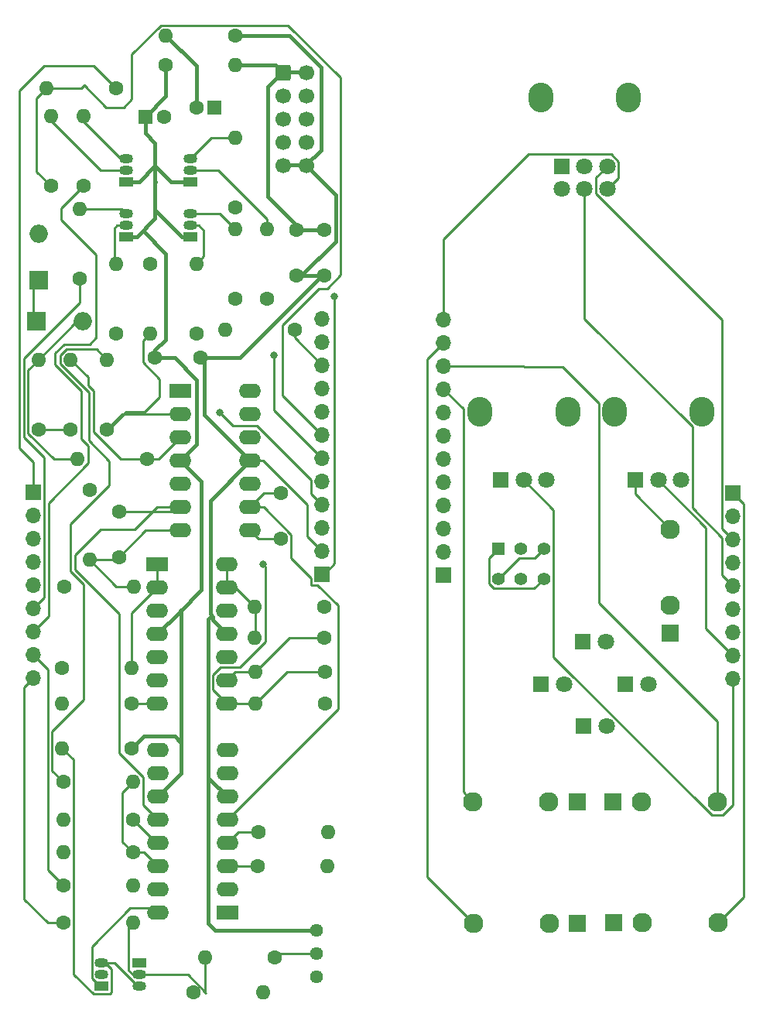
<source format=gbr>
%TF.GenerationSoftware,KiCad,Pcbnew,(6.0.1-0)*%
%TF.CreationDate,2023-01-31T22:38:10+01:00*%
%TF.ProjectId,Yusynth4lfo,59757379-6e74-4683-946c-666f2e6b6963,rev?*%
%TF.SameCoordinates,Original*%
%TF.FileFunction,Copper,L1,Top*%
%TF.FilePolarity,Positive*%
%FSLAX46Y46*%
G04 Gerber Fmt 4.6, Leading zero omitted, Abs format (unit mm)*
G04 Created by KiCad (PCBNEW (6.0.1-0)) date 2023-01-31 22:38:10*
%MOMM*%
%LPD*%
G01*
G04 APERTURE LIST*
G04 Aperture macros list*
%AMRoundRect*
0 Rectangle with rounded corners*
0 $1 Rounding radius*
0 $2 $3 $4 $5 $6 $7 $8 $9 X,Y pos of 4 corners*
0 Add a 4 corners polygon primitive as box body*
4,1,4,$2,$3,$4,$5,$6,$7,$8,$9,$2,$3,0*
0 Add four circle primitives for the rounded corners*
1,1,$1+$1,$2,$3*
1,1,$1+$1,$4,$5*
1,1,$1+$1,$6,$7*
1,1,$1+$1,$8,$9*
0 Add four rect primitives between the rounded corners*
20,1,$1+$1,$2,$3,$4,$5,0*
20,1,$1+$1,$4,$5,$6,$7,0*
20,1,$1+$1,$6,$7,$8,$9,0*
20,1,$1+$1,$8,$9,$2,$3,0*%
G04 Aperture macros list end*
%TA.AperFunction,ComponentPad*%
%ADD10C,1.600000*%
%TD*%
%TA.AperFunction,ComponentPad*%
%ADD11O,1.600000X1.600000*%
%TD*%
%TA.AperFunction,ComponentPad*%
%ADD12R,1.600000X1.600000*%
%TD*%
%TA.AperFunction,ComponentPad*%
%ADD13R,2.400000X1.600000*%
%TD*%
%TA.AperFunction,ComponentPad*%
%ADD14O,2.400000X1.600000*%
%TD*%
%TA.AperFunction,ComponentPad*%
%ADD15R,1.830000X1.930000*%
%TD*%
%TA.AperFunction,ComponentPad*%
%ADD16C,2.130000*%
%TD*%
%TA.AperFunction,ComponentPad*%
%ADD17R,1.800000X1.800000*%
%TD*%
%TA.AperFunction,ComponentPad*%
%ADD18C,1.800000*%
%TD*%
%TA.AperFunction,ComponentPad*%
%ADD19R,1.930000X1.830000*%
%TD*%
%TA.AperFunction,ComponentPad*%
%ADD20R,1.500000X1.050000*%
%TD*%
%TA.AperFunction,ComponentPad*%
%ADD21O,1.500000X1.050000*%
%TD*%
%TA.AperFunction,ComponentPad*%
%ADD22C,1.440000*%
%TD*%
%TA.AperFunction,ComponentPad*%
%ADD23R,1.400000X1.400000*%
%TD*%
%TA.AperFunction,ComponentPad*%
%ADD24C,1.400000*%
%TD*%
%TA.AperFunction,ComponentPad*%
%ADD25RoundRect,0.250000X-0.600000X-0.600000X0.600000X-0.600000X0.600000X0.600000X-0.600000X0.600000X0*%
%TD*%
%TA.AperFunction,ComponentPad*%
%ADD26C,1.700000*%
%TD*%
%TA.AperFunction,ComponentPad*%
%ADD27R,2.000000X2.000000*%
%TD*%
%TA.AperFunction,ComponentPad*%
%ADD28O,2.000000X2.000000*%
%TD*%
%TA.AperFunction,ComponentPad*%
%ADD29O,2.720000X3.240000*%
%TD*%
%TA.AperFunction,ComponentPad*%
%ADD30R,1.700000X1.700000*%
%TD*%
%TA.AperFunction,ComponentPad*%
%ADD31O,1.700000X1.700000*%
%TD*%
%TA.AperFunction,ViaPad*%
%ADD32C,0.800000*%
%TD*%
%TA.AperFunction,Conductor*%
%ADD33C,0.250000*%
%TD*%
%TA.AperFunction,Conductor*%
%ADD34C,0.400000*%
%TD*%
G04 APERTURE END LIST*
D10*
%TO.P,R32,1*%
%TO.N,/270*%
X155000000Y-49500000D03*
D11*
%TO.P,R32,2*%
%TO.N,/Direction sw C4*%
X147380000Y-49500000D03*
%TD*%
D10*
%TO.P,R30,1*%
%TO.N,Net-(R25-Pad1)*%
X171500000Y-72560000D03*
D11*
%TO.P,R30,2*%
%TO.N,Net-(Q6-Pad2)*%
X171500000Y-64940000D03*
%TD*%
D12*
%TO.P,C3,1*%
%TO.N,GND*%
X165755113Y-51600000D03*
D10*
%TO.P,C3,2*%
%TO.N,-12V*%
X163755113Y-51600000D03*
%TD*%
D13*
%TO.P,U2,1*%
%TO.N,Net-(R17-Pad2)*%
X162030000Y-82640000D03*
D14*
%TO.P,U2,2,-*%
%TO.N,Net-(R12-Pad2)*%
X162030000Y-85180000D03*
%TO.P,U2,3,+*%
%TO.N,Net-(R13-Pad2)*%
X162030000Y-87720000D03*
%TO.P,U2,4,V+*%
%TO.N,+12V*%
X162030000Y-90260000D03*
%TO.P,U2,5,+*%
%TO.N,GND*%
X162030000Y-92800000D03*
%TO.P,U2,6,-*%
%TO.N,Net-(C4-Pad1)*%
X162030000Y-95340000D03*
%TO.P,U2,7*%
%TO.N,/Output level1 Cw*%
X162030000Y-97880000D03*
%TO.P,U2,8*%
%TO.N,/Output level2 CW*%
X169650000Y-97880000D03*
%TO.P,U2,9,-*%
%TO.N,Net-(C1-Pad1)*%
X169650000Y-95340000D03*
%TO.P,U2,10,+*%
%TO.N,GND*%
X169650000Y-92800000D03*
%TO.P,U2,11,V-*%
%TO.N,-12V*%
X169650000Y-90260000D03*
%TO.P,U2,12,+*%
%TO.N,GND*%
X169650000Y-87720000D03*
%TO.P,U2,13,-*%
X169650000Y-85180000D03*
%TO.P,U2,14*%
%TO.N,unconnected-(U2-Pad14)*%
X169650000Y-82640000D03*
%TD*%
D10*
%TO.P,R12,1*%
%TO.N,/Output level2 CW*%
X158750000Y-68690000D03*
D11*
%TO.P,R12,2*%
%TO.N,Net-(R12-Pad2)*%
X158750000Y-76310000D03*
%TD*%
D15*
%TO.P,J4,S*%
%TO.N,GND*%
X209420000Y-140800000D03*
D16*
%TO.P,J4,T*%
%TO.N,/270*%
X220820000Y-140800000D03*
%TO.P,J4,TN*%
%TO.N,N/C*%
X212520000Y-140800000D03*
%TD*%
D17*
%TO.P,D5,1,K*%
%TO.N,GND*%
X206125000Y-119300000D03*
D18*
%TO.P,D5,2,A*%
%TO.N,/Green led*%
X208665000Y-119300000D03*
%TD*%
D19*
%TO.P,J1,S*%
%TO.N,GND*%
X215650000Y-109130000D03*
D16*
%TO.P,J1,T*%
%TO.N,Net-(J1-PadT)*%
X215650000Y-97730000D03*
%TO.P,J1,TN*%
%TO.N,N/C*%
X215650000Y-106030000D03*
%TD*%
D10*
%TO.P,C4,1*%
%TO.N,Net-(C4-Pad1)*%
X155300000Y-95800000D03*
%TO.P,C4,2*%
%TO.N,/Output level1 Cw*%
X155300000Y-100800000D03*
%TD*%
D13*
%TO.P,U3,1*%
%TO.N,/Direction sw C1*%
X159480000Y-101580000D03*
D14*
%TO.P,U3,2,-*%
X159480000Y-104120000D03*
%TO.P,U3,3,+*%
%TO.N,/Output level1 WP*%
X159480000Y-106660000D03*
%TO.P,U3,4,V+*%
%TO.N,+12V*%
X159480000Y-109200000D03*
%TO.P,U3,5,+*%
%TO.N,GND*%
X159480000Y-111740000D03*
%TO.P,U3,6,-*%
%TO.N,Net-(R24-Pad1)*%
X159480000Y-114280000D03*
%TO.P,U3,7*%
%TO.N,/Direction sw C2*%
X159480000Y-116820000D03*
%TO.P,U3,8*%
%TO.N,Net-(R25-Pad1)*%
X167100000Y-116820000D03*
%TO.P,U3,9,-*%
%TO.N,Net-(R23-Pad1)*%
X167100000Y-114280000D03*
%TO.P,U3,10,+*%
%TO.N,GND*%
X167100000Y-111740000D03*
%TO.P,U3,11,V-*%
%TO.N,-12V*%
X167100000Y-109200000D03*
%TO.P,U3,12,+*%
%TO.N,/Output level2 WP*%
X167100000Y-106660000D03*
%TO.P,U3,13,-*%
%TO.N,Net-(R23-Pad2)*%
X167100000Y-104120000D03*
%TO.P,U3,14*%
X167100000Y-101580000D03*
%TD*%
D20*
%TO.P,Q5,1,C*%
%TO.N,+12V*%
X156110000Y-65750000D03*
D21*
%TO.P,Q5,2,B*%
%TO.N,Net-(Q5-Pad2)*%
X156110000Y-64480000D03*
%TO.P,Q5,3,E*%
%TO.N,Net-(Q5-Pad3)*%
X156110000Y-63210000D03*
%TD*%
D10*
%TO.P,R28,1*%
%TO.N,Net-(R23-Pad2)*%
X155000000Y-76310000D03*
D11*
%TO.P,R28,2*%
%TO.N,Net-(Q5-Pad2)*%
X155000000Y-68690000D03*
%TD*%
D10*
%TO.P,R7,1*%
%TO.N,Net-(Q2-Pad2)*%
X163490000Y-148400000D03*
D11*
%TO.P,R7,2*%
%TO.N,GND*%
X171110000Y-148400000D03*
%TD*%
D10*
%TO.P,C6,1*%
%TO.N,+12V*%
X159250000Y-79000000D03*
%TO.P,C6,2*%
%TO.N,-12V*%
X164250000Y-79000000D03*
%TD*%
D22*
%TO.P,RV3,1,1*%
%TO.N,-12V*%
X176950000Y-141630000D03*
%TO.P,RV3,2,2*%
%TO.N,Net-(R6-Pad1)*%
X176950000Y-144170000D03*
%TO.P,RV3,3,3*%
%TO.N,GND*%
X176950000Y-146710000D03*
%TD*%
D20*
%TO.P,Q1,1,C*%
%TO.N,+12V*%
X163110000Y-65790000D03*
D21*
%TO.P,Q1,2,B*%
%TO.N,Net-(Q1-Pad2)*%
X163110000Y-64520000D03*
%TO.P,Q1,3,E*%
%TO.N,Net-(Q1-Pad3)*%
X163110000Y-63250000D03*
%TD*%
D10*
%TO.P,R29,1*%
%TO.N,/0*%
X177800000Y-106200000D03*
D11*
%TO.P,R29,2*%
%TO.N,Net-(R23-Pad2)*%
X170180000Y-106200000D03*
%TD*%
D10*
%TO.P,R6,1*%
%TO.N,Net-(R6-Pad1)*%
X172350000Y-144580000D03*
D11*
%TO.P,R6,2*%
%TO.N,Net-(Q2-Pad2)*%
X164730000Y-144580000D03*
%TD*%
D10*
%TO.P,R13,1*%
%TO.N,GND*%
X150000000Y-86810000D03*
D11*
%TO.P,R13,2*%
%TO.N,Net-(R13-Pad2)*%
X150000000Y-79190000D03*
%TD*%
D20*
%TO.P,Q4,1,C*%
%TO.N,+12V*%
X156110000Y-59750000D03*
D21*
%TO.P,Q4,2,B*%
%TO.N,Net-(Q4-Pad2)*%
X156110000Y-58480000D03*
%TO.P,Q4,3,E*%
%TO.N,Net-(Q4-Pad3)*%
X156110000Y-57210000D03*
%TD*%
D10*
%TO.P,R8,1*%
%TO.N,Net-(R8-Pad1)*%
X170540000Y-130880000D03*
D11*
%TO.P,R8,2*%
%TO.N,GND*%
X178160000Y-130880000D03*
%TD*%
D10*
%TO.P,R15,1*%
%TO.N,-12V*%
X168060000Y-43750000D03*
D11*
%TO.P,R15,2*%
X160440000Y-43750000D03*
%TD*%
D10*
%TO.P,R19,1*%
%TO.N,Net-(R17-Pad2)*%
X149190000Y-125400000D03*
D11*
%TO.P,R19,2*%
%TO.N,Net-(R19-Pad2)*%
X156810000Y-125400000D03*
%TD*%
D12*
%TO.P,C2,1*%
%TO.N,+12V*%
X158200000Y-52600000D03*
D10*
%TO.P,C2,2*%
%TO.N,GND*%
X160200000Y-52600000D03*
%TD*%
%TO.P,R2,1*%
%TO.N,/90*%
X174510000Y-75900000D03*
D11*
%TO.P,R2,2*%
%TO.N,/Direction sw C3*%
X166890000Y-75900000D03*
%TD*%
D10*
%TO.P,R3,1*%
%TO.N,/Yellow led*%
X168000000Y-72500000D03*
D11*
%TO.P,R3,2*%
%TO.N,Net-(Q1-Pad3)*%
X168000000Y-64880000D03*
%TD*%
D10*
%TO.P,C5,1*%
%TO.N,+12V*%
X177750000Y-65000000D03*
%TO.P,C5,2*%
%TO.N,-12V*%
X177750000Y-70000000D03*
%TD*%
%TO.P,R22,1*%
%TO.N,Net-(R19-Pad2)*%
X156810000Y-133100000D03*
D11*
%TO.P,R22,2*%
%TO.N,GND*%
X149190000Y-133100000D03*
%TD*%
D10*
%TO.P,R35,1*%
%TO.N,/Orange led*%
X151400000Y-60210000D03*
D11*
%TO.P,R35,2*%
%TO.N,Net-(Q4-Pad3)*%
X151400000Y-52590000D03*
%TD*%
D13*
%TO.P,U1,1*%
%TO.N,Net-(Q3-Pad1)*%
X167175000Y-139705000D03*
D14*
%TO.P,U1,2,DIODE_BIAS*%
%TO.N,unconnected-(U1-Pad2)*%
X167175000Y-137165000D03*
%TO.P,U1,3,+*%
%TO.N,Net-(R10-Pad1)*%
X167175000Y-134625000D03*
%TO.P,U1,4,-*%
%TO.N,Net-(R8-Pad1)*%
X167175000Y-132085000D03*
%TO.P,U1,5*%
%TO.N,Net-(C1-Pad1)*%
X167175000Y-129545000D03*
%TO.P,U1,6,V-*%
%TO.N,-12V*%
X167175000Y-127005000D03*
%TO.P,U1,7*%
%TO.N,unconnected-(U1-Pad7)*%
X167175000Y-124465000D03*
%TO.P,U1,8*%
%TO.N,unconnected-(U1-Pad8)*%
X167175000Y-121925000D03*
%TO.P,U1,9*%
%TO.N,unconnected-(U1-Pad9)*%
X159555000Y-121925000D03*
%TO.P,U1,10*%
%TO.N,unconnected-(U1-Pad10)*%
X159555000Y-124465000D03*
%TO.P,U1,11,V+*%
%TO.N,+12V*%
X159555000Y-127005000D03*
%TO.P,U1,12*%
%TO.N,Net-(C4-Pad1)*%
X159555000Y-129545000D03*
%TO.P,U1,13,-*%
%TO.N,Net-(R21-Pad1)*%
X159555000Y-132085000D03*
%TO.P,U1,14,+*%
%TO.N,Net-(R19-Pad2)*%
X159555000Y-134625000D03*
%TO.P,U1,15,DIODE_BIAS*%
%TO.N,unconnected-(U1-Pad15)*%
X159555000Y-137165000D03*
%TO.P,U1,16*%
%TO.N,Net-(Q3-Pad1)*%
X159555000Y-139705000D03*
%TD*%
D17*
%TO.P,D4,1,K*%
%TO.N,GND*%
X206075000Y-110050000D03*
D18*
%TO.P,D4,2,A*%
%TO.N,/Red led*%
X208615000Y-110050000D03*
%TD*%
D10*
%TO.P,R1,1*%
%TO.N,/Direction sw C3*%
X163750000Y-76310000D03*
D11*
%TO.P,R1,2*%
%TO.N,Net-(Q1-Pad2)*%
X163750000Y-68690000D03*
%TD*%
D10*
%TO.P,R14,1*%
%TO.N,+12V*%
X160440000Y-47000000D03*
D11*
%TO.P,R14,2*%
X168060000Y-47000000D03*
%TD*%
D10*
%TO.P,R9,1*%
%TO.N,Net-(R10-Pad1)*%
X170440000Y-134580000D03*
D11*
%TO.P,R9,2*%
%TO.N,GND*%
X178060000Y-134580000D03*
%TD*%
D10*
%TO.P,R4,1*%
%TO.N,/Rate WP*%
X149190000Y-140800000D03*
D11*
%TO.P,R4,2*%
%TO.N,Net-(Q2-Pad2)*%
X156810000Y-140800000D03*
%TD*%
D17*
%TO.P,D1,1,K*%
%TO.N,GND*%
X201510000Y-114700000D03*
D18*
%TO.P,D1,2,A*%
%TO.N,/Yellow led*%
X204050000Y-114700000D03*
%TD*%
D10*
%TO.P,R24,1*%
%TO.N,Net-(R24-Pad1)*%
X149100000Y-112900000D03*
D11*
%TO.P,R24,2*%
%TO.N,/Direction sw C1*%
X156720000Y-112900000D03*
%TD*%
D10*
%TO.P,R11,1*%
%TO.N,+12V*%
X156710000Y-121700000D03*
D11*
%TO.P,R11,2*%
%TO.N,Net-(Q2-Pad3)*%
X149090000Y-121700000D03*
%TD*%
D10*
%TO.P,R27,1*%
%TO.N,/Direction sw C4*%
X147900000Y-60210000D03*
D11*
%TO.P,R27,2*%
%TO.N,Net-(Q4-Pad2)*%
X147900000Y-52590000D03*
%TD*%
D10*
%TO.P,R23,1*%
%TO.N,Net-(R23-Pad1)*%
X177800000Y-109600000D03*
D11*
%TO.P,R23,2*%
%TO.N,Net-(R23-Pad2)*%
X170180000Y-109600000D03*
%TD*%
D15*
%TO.P,J6,S*%
%TO.N,GND*%
X205430000Y-127550000D03*
D16*
%TO.P,J6,T*%
%TO.N,/0*%
X194030000Y-127550000D03*
%TO.P,J6,TN*%
%TO.N,N/C*%
X202330000Y-127550000D03*
%TD*%
D10*
%TO.P,R25,1*%
%TO.N,Net-(R25-Pad1)*%
X177850000Y-113330000D03*
D11*
%TO.P,R25,2*%
%TO.N,Net-(R23-Pad1)*%
X170230000Y-113330000D03*
%TD*%
D23*
%TO.P,SW1,1,A*%
%TO.N,/Direction sw C3*%
X196792500Y-99850000D03*
D24*
%TO.P,SW1,2,B*%
%TO.N,/Direction sw C1*%
X199292500Y-99850000D03*
%TO.P,SW1,3,C*%
%TO.N,/Direction sw C4*%
X201792500Y-99850000D03*
%TO.P,SW1,4,A*%
X196792500Y-103150000D03*
%TO.P,SW1,5,B*%
%TO.N,/Direction sw C2*%
X199292500Y-103150000D03*
%TO.P,SW1,6,C*%
%TO.N,/Direction sw C3*%
X201792500Y-103150000D03*
%TD*%
D25*
%TO.P,J3,1,Pin_1*%
%TO.N,+12V*%
X173247500Y-47800000D03*
D26*
%TO.P,J3,2,Pin_2*%
X175787500Y-47800000D03*
%TO.P,J3,3,Pin_3*%
%TO.N,GND*%
X173247500Y-50340000D03*
%TO.P,J3,4,Pin_4*%
X175787500Y-50340000D03*
%TO.P,J3,5,Pin_5*%
X173247500Y-52880000D03*
%TO.P,J3,6,Pin_6*%
X175787500Y-52880000D03*
%TO.P,J3,7,Pin_7*%
X173247500Y-55420000D03*
%TO.P,J3,8,Pin_8*%
X175787500Y-55420000D03*
%TO.P,J3,9,Pin_9*%
%TO.N,-12V*%
X173247500Y-57960000D03*
%TO.P,J3,10,Pin_10*%
X175787500Y-57960000D03*
%TD*%
D10*
%TO.P,R10,1*%
%TO.N,Net-(R10-Pad1)*%
X149290000Y-104000000D03*
D11*
%TO.P,R10,2*%
%TO.N,/Output level1 Cw*%
X156910000Y-104000000D03*
%TD*%
D20*
%TO.P,Q2,1,C*%
%TO.N,GND*%
X157490000Y-145210000D03*
D21*
%TO.P,Q2,2,B*%
%TO.N,Net-(Q2-Pad2)*%
X157490000Y-146480000D03*
%TO.P,Q2,3,E*%
%TO.N,Net-(Q2-Pad3)*%
X157490000Y-147750000D03*
%TD*%
D27*
%TO.P,D3,1,K*%
%TO.N,Net-(D2-Pad1)*%
X146500000Y-70540000D03*
D28*
%TO.P,D3,2,A*%
%TO.N,/Output level1 Cw*%
X146500000Y-65460000D03*
%TD*%
D17*
%TO.P,D6,1,K*%
%TO.N,GND*%
X210675000Y-114700000D03*
D18*
%TO.P,D6,2,A*%
%TO.N,/Orange led*%
X213215000Y-114700000D03*
%TD*%
D29*
%TO.P,RV4,*%
%TO.N,*%
X201500000Y-50525000D03*
X211000000Y-50525000D03*
D17*
%TO.P,RV4,1,1*%
%TO.N,GND*%
X203750000Y-58025000D03*
D18*
%TO.P,RV4,2,2*%
%TO.N,/Output level1 WP*%
X206250000Y-58025000D03*
%TO.P,RV4,3,3*%
%TO.N,/Output level1 Cw*%
X208750000Y-58025000D03*
%TO.P,RV4,4,4*%
%TO.N,GND*%
X203750000Y-60525000D03*
%TO.P,RV4,5,5*%
%TO.N,/Output level2 WP*%
X206250000Y-60525000D03*
%TO.P,RV4,6,6*%
%TO.N,/Output level2 CW*%
X208750000Y-60525000D03*
%TD*%
D10*
%TO.P,R33,1*%
%TO.N,/Red led*%
X151000000Y-70310000D03*
D11*
%TO.P,R33,2*%
%TO.N,Net-(Q5-Pad3)*%
X151000000Y-62690000D03*
%TD*%
D29*
%TO.P,RV1,*%
%TO.N,*%
X194800000Y-84875000D03*
X204400000Y-84875000D03*
D17*
%TO.P,RV1,1,1*%
%TO.N,-12V*%
X197100000Y-92375000D03*
D18*
%TO.P,RV1,2,2*%
%TO.N,/Rate WP*%
X199600000Y-92375000D03*
%TO.P,RV1,3,3*%
%TO.N,+12V*%
X202100000Y-92375000D03*
%TD*%
D10*
%TO.P,R21,1*%
%TO.N,Net-(R21-Pad1)*%
X156810000Y-129500000D03*
D11*
%TO.P,R21,2*%
%TO.N,GND*%
X149190000Y-129500000D03*
%TD*%
D10*
%TO.P,R5,1*%
%TO.N,/FM level WP*%
X149190000Y-136700000D03*
D11*
%TO.P,R5,2*%
%TO.N,Net-(Q2-Pad2)*%
X156810000Y-136700000D03*
%TD*%
D10*
%TO.P,C7,1*%
%TO.N,+12V*%
X174750000Y-65000000D03*
%TO.P,C7,2*%
%TO.N,-12V*%
X174750000Y-70000000D03*
%TD*%
%TO.P,R26,1*%
%TO.N,/Direction sw C2*%
X156700000Y-116830000D03*
D11*
%TO.P,R26,2*%
%TO.N,Net-(R24-Pad1)*%
X149080000Y-116830000D03*
%TD*%
D27*
%TO.P,D2,1,K*%
%TO.N,Net-(D2-Pad1)*%
X146300000Y-75000000D03*
D28*
%TO.P,D2,2,A*%
%TO.N,Net-(D2-Pad2)*%
X151380000Y-75000000D03*
%TD*%
D20*
%TO.P,Q3,1,C*%
%TO.N,Net-(Q3-Pad1)*%
X153400000Y-147750000D03*
D21*
%TO.P,Q3,2,B*%
%TO.N,GND*%
X153400000Y-146480000D03*
%TO.P,Q3,3,E*%
%TO.N,Net-(Q2-Pad3)*%
X153400000Y-145210000D03*
%TD*%
D15*
%TO.P,J2,S*%
%TO.N,GND*%
X209370000Y-127600000D03*
D16*
%TO.P,J2,T*%
%TO.N,/90*%
X220770000Y-127600000D03*
%TO.P,J2,TN*%
%TO.N,N/C*%
X212470000Y-127600000D03*
%TD*%
D29*
%TO.P,RV2,*%
%TO.N,*%
X219100000Y-84875000D03*
X209500000Y-84875000D03*
D17*
%TO.P,RV2,1,1*%
%TO.N,Net-(J1-PadT)*%
X211800000Y-92375000D03*
D18*
%TO.P,RV2,2,2*%
%TO.N,/FM level WP*%
X214300000Y-92375000D03*
%TO.P,RV2,3,3*%
%TO.N,GND*%
X216800000Y-92375000D03*
%TD*%
D10*
%TO.P,C1,1*%
%TO.N,Net-(C1-Pad1)*%
X173000000Y-93800000D03*
%TO.P,C1,2*%
%TO.N,/Output level2 CW*%
X173000000Y-98800000D03*
%TD*%
D15*
%TO.P,J5,S*%
%TO.N,GND*%
X205480000Y-140850000D03*
D16*
%TO.P,J5,T*%
%TO.N,/180*%
X194080000Y-140850000D03*
%TO.P,J5,TN*%
%TO.N,N/C*%
X202380000Y-140850000D03*
%TD*%
D10*
%TO.P,R18,1*%
%TO.N,GND*%
X146500000Y-86810000D03*
D11*
%TO.P,R18,2*%
%TO.N,Net-(D2-Pad2)*%
X146500000Y-79190000D03*
%TD*%
D10*
%TO.P,R31,1*%
%TO.N,/180*%
X177850000Y-116830000D03*
D11*
%TO.P,R31,2*%
%TO.N,Net-(R25-Pad1)*%
X170230000Y-116830000D03*
%TD*%
D10*
%TO.P,R34,1*%
%TO.N,/Green led*%
X168000000Y-62560000D03*
D11*
%TO.P,R34,2*%
%TO.N,Net-(Q6-Pad3)*%
X168000000Y-54940000D03*
%TD*%
D10*
%TO.P,R16,1*%
%TO.N,Net-(R13-Pad2)*%
X158410000Y-90100000D03*
D11*
%TO.P,R16,2*%
%TO.N,Net-(D2-Pad2)*%
X150790000Y-90100000D03*
%TD*%
D10*
%TO.P,R17,1*%
%TO.N,Net-(R12-Pad2)*%
X154000000Y-86810000D03*
D11*
%TO.P,R17,2*%
%TO.N,Net-(R17-Pad2)*%
X154000000Y-79190000D03*
%TD*%
D10*
%TO.P,R20,1*%
%TO.N,Net-(R12-Pad2)*%
X152100000Y-93490000D03*
D11*
%TO.P,R20,2*%
%TO.N,/Output level1 Cw*%
X152100000Y-101110000D03*
%TD*%
D20*
%TO.P,Q6,1,C*%
%TO.N,+12V*%
X163110000Y-59770000D03*
D21*
%TO.P,Q6,2,B*%
%TO.N,Net-(Q6-Pad2)*%
X163110000Y-58500000D03*
%TO.P,Q6,3,E*%
%TO.N,Net-(Q6-Pad3)*%
X163110000Y-57230000D03*
%TD*%
D30*
%TO.P,J10,1,Pin_1*%
%TO.N,/270*%
X145900000Y-93700000D03*
D31*
%TO.P,J10,2,Pin_2*%
%TO.N,/Green led*%
X145900000Y-96240000D03*
%TO.P,J10,3,Pin_3*%
%TO.N,/Output level1 Cw*%
X145900000Y-98780000D03*
%TO.P,J10,4,Pin_4*%
%TO.N,/Output level1 WP*%
X145900000Y-101320000D03*
%TO.P,J10,5,Pin_5*%
%TO.N,/Output level2 WP*%
X145900000Y-103860000D03*
%TO.P,J10,6,Pin_6*%
%TO.N,/Red led*%
X145900000Y-106400000D03*
%TO.P,J10,7,Pin_7*%
%TO.N,/Orange led*%
X145900000Y-108940000D03*
%TO.P,J10,8,Pin_8*%
%TO.N,/FM level WP*%
X145900000Y-111480000D03*
%TO.P,J10,9,Pin_9*%
%TO.N,/Rate WP*%
X145900000Y-114020000D03*
%TD*%
D30*
%TO.P,J8,1,Pin_1*%
%TO.N,/Yellow led*%
X190800000Y-102750000D03*
D31*
%TO.P,J8,2,Pin_2*%
%TO.N,-12V*%
X190800000Y-100210000D03*
%TO.P,J8,3,Pin_3*%
%TO.N,+12V*%
X190800000Y-97670000D03*
%TO.P,J8,4,Pin_4*%
%TO.N,/Direction sw C1*%
X190800000Y-95130000D03*
%TO.P,J8,5,Pin_5*%
%TO.N,/Direction sw C2*%
X190800000Y-92590000D03*
%TO.P,J8,6,Pin_6*%
%TO.N,/Direction sw C3*%
X190800000Y-90050000D03*
%TO.P,J8,7,Pin_7*%
%TO.N,/Direction sw C4*%
X190800000Y-87510000D03*
%TO.P,J8,8,Pin_8*%
%TO.N,GND*%
X190800000Y-84970000D03*
%TO.P,J8,9,Pin_9*%
%TO.N,/0*%
X190800000Y-82430000D03*
%TO.P,J8,10,Pin_10*%
%TO.N,/90*%
X190800000Y-79890000D03*
%TO.P,J8,11,Pin_11*%
%TO.N,/180*%
X190800000Y-77350000D03*
%TO.P,J8,12,Pin_12*%
%TO.N,/Output level2 CW*%
X190800000Y-74810000D03*
%TD*%
D30*
%TO.P,J9,1,Pin_1*%
%TO.N,/270*%
X222450000Y-93800000D03*
D31*
%TO.P,J9,2,Pin_2*%
%TO.N,/Green led*%
X222450000Y-96340000D03*
%TO.P,J9,3,Pin_3*%
%TO.N,/Output level1 Cw*%
X222450000Y-98880000D03*
%TO.P,J9,4,Pin_4*%
%TO.N,/Output level1 WP*%
X222450000Y-101420000D03*
%TO.P,J9,5,Pin_5*%
%TO.N,/Output level2 WP*%
X222450000Y-103960000D03*
%TO.P,J9,6,Pin_6*%
%TO.N,/Red led*%
X222450000Y-106500000D03*
%TO.P,J9,7,Pin_7*%
%TO.N,/Orange led*%
X222450000Y-109040000D03*
%TO.P,J9,8,Pin_8*%
%TO.N,/FM level WP*%
X222450000Y-111580000D03*
%TO.P,J9,9,Pin_9*%
%TO.N,/Rate WP*%
X222450000Y-114120000D03*
%TD*%
D30*
%TO.P,J7,1,Pin_1*%
%TO.N,/Yellow led*%
X177500000Y-102660000D03*
D31*
%TO.P,J7,2,Pin_2*%
%TO.N,-12V*%
X177500000Y-100120000D03*
%TO.P,J7,3,Pin_3*%
%TO.N,+12V*%
X177500000Y-97580000D03*
%TO.P,J7,4,Pin_4*%
%TO.N,/Direction sw C1*%
X177500000Y-95040000D03*
%TO.P,J7,5,Pin_5*%
%TO.N,/Direction sw C2*%
X177500000Y-92500000D03*
%TO.P,J7,6,Pin_6*%
%TO.N,/Direction sw C3*%
X177500000Y-89960000D03*
%TO.P,J7,7,Pin_7*%
%TO.N,/Direction sw C4*%
X177500000Y-87420000D03*
%TO.P,J7,8,Pin_8*%
%TO.N,GND*%
X177500000Y-84880000D03*
%TO.P,J7,9,Pin_9*%
%TO.N,/0*%
X177500000Y-82340000D03*
%TO.P,J7,10,Pin_10*%
%TO.N,/90*%
X177500000Y-79800000D03*
%TO.P,J7,11,Pin_11*%
%TO.N,/180*%
X177500000Y-77260000D03*
%TO.P,J7,12,Pin_12*%
%TO.N,/Output level2 CW*%
X177500000Y-74720000D03*
%TD*%
D32*
%TO.N,/Yellow led*%
X178900000Y-72300000D03*
%TO.N,/Direction sw C3*%
X172300000Y-78700000D03*
%TO.N,Net-(R25-Pad1)*%
X171100000Y-101600000D03*
%TO.N,/Direction sw C1*%
X166300000Y-85000000D03*
%TD*%
D33*
%TO.N,Net-(Q5-Pad2)*%
X155000000Y-68690000D02*
X154800000Y-68490000D01*
X154800000Y-68490000D02*
X154800000Y-64790000D01*
X154800000Y-64790000D02*
X155110000Y-64480000D01*
X155110000Y-64480000D02*
X156110000Y-64480000D01*
D34*
%TO.N,-12V*%
X165050000Y-124780000D02*
X165050000Y-107550000D01*
X165050000Y-107550000D02*
X165294520Y-107305480D01*
X165294520Y-107305480D02*
X165575480Y-107305480D01*
%TO.N,+12V*%
X156710000Y-121700000D02*
X158010000Y-120400000D01*
X158010000Y-120400000D02*
X161400000Y-120400000D01*
X161400000Y-120400000D02*
X162100000Y-121100000D01*
X162100000Y-121100000D02*
X162100000Y-123600000D01*
X162030000Y-90260000D02*
X163800000Y-88490000D01*
X163800000Y-81400000D02*
X161400000Y-79000000D01*
X163800000Y-88490000D02*
X163800000Y-81400000D01*
X161400000Y-79000000D02*
X159250000Y-79000000D01*
%TO.N,-12V*%
X169650000Y-90260000D02*
X164600000Y-85210000D01*
X164600000Y-85210000D02*
X164600000Y-79350000D01*
X164600000Y-79350000D02*
X164250000Y-79000000D01*
D33*
%TO.N,/Direction sw C4*%
X156700000Y-45800000D02*
X156700000Y-50700000D01*
X151200000Y-49500000D02*
X147380000Y-49500000D01*
X173200000Y-83120000D02*
X173200000Y-75400000D01*
X156700000Y-50700000D02*
X155800000Y-51600000D01*
X173200000Y-75400000D02*
X177200000Y-71400000D01*
X177200000Y-71400000D02*
X178074980Y-71400000D01*
X178074980Y-71400000D02*
X179524520Y-69950460D01*
X159874511Y-42625489D02*
X156700000Y-45800000D01*
X177500000Y-87420000D02*
X173200000Y-83120000D01*
X179524520Y-69950460D02*
X179524520Y-48359540D01*
X179524520Y-48359540D02*
X173790469Y-42625489D01*
X151500000Y-49200000D02*
X151200000Y-49500000D01*
X173790469Y-42625489D02*
X159874511Y-42625489D01*
X155800000Y-51600000D02*
X153900000Y-51600000D01*
X153900000Y-51600000D02*
X151500000Y-49200000D01*
D34*
%TO.N,-12V*%
X179000000Y-61160000D02*
X175750000Y-57910000D01*
X179000000Y-66250000D02*
X179000000Y-61160000D01*
X177500000Y-70000000D02*
X175250000Y-70000000D01*
X164250000Y-79000000D02*
X168500000Y-79000000D01*
X175250000Y-70000000D02*
X179000000Y-66250000D01*
X168500000Y-79000000D02*
X177500000Y-70000000D01*
X168060000Y-43750000D02*
X173956247Y-43750000D01*
X173956247Y-43750000D02*
X177400000Y-47193753D01*
X177400000Y-47193753D02*
X177400000Y-56260000D01*
X177400000Y-56260000D02*
X175750000Y-57910000D01*
%TO.N,+12V*%
X178250000Y-65000000D02*
X175250000Y-65000000D01*
X175250000Y-65000000D02*
X171600000Y-61350000D01*
X171600000Y-61350000D02*
X171600000Y-49360000D01*
X171600000Y-49360000D02*
X173210000Y-47750000D01*
X159250000Y-79000000D02*
X159250000Y-78150000D01*
X159250000Y-78150000D02*
X160400000Y-77000000D01*
X158000000Y-65200000D02*
X158000000Y-65000000D01*
X160400000Y-77000000D02*
X160400000Y-67600000D01*
X160400000Y-67600000D02*
X158000000Y-65200000D01*
X159250000Y-62835000D02*
X159250000Y-63750000D01*
X159250000Y-63750000D02*
X157250000Y-65750000D01*
X157250000Y-65750000D02*
X156110000Y-65750000D01*
D33*
%TO.N,Net-(C1-Pad1)*%
X174124511Y-98334211D02*
X171130300Y-95340000D01*
X176325489Y-103834511D02*
X176325489Y-103125489D01*
X171130300Y-95340000D02*
X169650000Y-95340000D01*
X167175000Y-129545000D02*
X179300000Y-117420000D01*
X171190000Y-93800000D02*
X169650000Y-95340000D01*
X176325489Y-103125489D02*
X174124511Y-100924511D01*
X174124511Y-100924511D02*
X174124511Y-98334211D01*
X179300000Y-117420000D02*
X179300000Y-106100000D01*
X179300000Y-106100000D02*
X177034511Y-103834511D01*
X177034511Y-103834511D02*
X176325489Y-103834511D01*
X173000000Y-93800000D02*
X171190000Y-93800000D01*
%TO.N,/Output level2 CW*%
X209156721Y-56700000D02*
X209974511Y-57517790D01*
X190800000Y-66050000D02*
X200150000Y-56700000D01*
X170570000Y-98800000D02*
X169650000Y-97880000D01*
X190800000Y-74810000D02*
X190800000Y-66050000D01*
X209974511Y-59300489D02*
X208750000Y-60525000D01*
X209974511Y-57517790D02*
X209974511Y-59300489D01*
X200150000Y-56700000D02*
X209156721Y-56700000D01*
X173000000Y-98800000D02*
X170570000Y-98800000D01*
D34*
%TO.N,+12V*%
X162205000Y-65790000D02*
X163110000Y-65790000D01*
X164300000Y-92530000D02*
X162030000Y-90260000D01*
X162100000Y-106580000D02*
X161890000Y-106790000D01*
X162100000Y-124460000D02*
X162100000Y-123600000D01*
X158200000Y-54450000D02*
X159250000Y-55500000D01*
X159250000Y-59750000D02*
X159250000Y-62835000D01*
X172460000Y-47000000D02*
X173210000Y-47750000D01*
X159480000Y-109200000D02*
X161890000Y-106790000D01*
X173210000Y-47750000D02*
X175750000Y-47750000D01*
X159250000Y-58000000D02*
X161020000Y-59770000D01*
X160440000Y-50360000D02*
X158200000Y-52600000D01*
X159250000Y-55500000D02*
X159250000Y-58000000D01*
X159250000Y-58000000D02*
X157500000Y-59750000D01*
X160440000Y-47000000D02*
X160440000Y-50360000D01*
X159250000Y-58000000D02*
X159250000Y-59750000D01*
X168060000Y-47000000D02*
X172460000Y-47000000D01*
X159250000Y-62835000D02*
X162205000Y-65790000D01*
X164300000Y-104380000D02*
X164300000Y-92530000D01*
X159555000Y-127005000D02*
X162100000Y-124460000D01*
X161890000Y-106790000D02*
X164300000Y-104380000D01*
X161020000Y-59770000D02*
X163110000Y-59770000D01*
X162100000Y-123600000D02*
X162100000Y-106580000D01*
X157500000Y-59750000D02*
X156110000Y-59750000D01*
X159250000Y-59750000D02*
X159270000Y-59770000D01*
X158200000Y-52600000D02*
X158200000Y-54450000D01*
D33*
%TO.N,GND*%
X146500000Y-86810000D02*
X150000000Y-86810000D01*
X148640000Y-129890000D02*
X148630000Y-129880000D01*
D34*
%TO.N,-12V*%
X165300480Y-94609520D02*
X169650000Y-90260000D01*
X165050000Y-140880000D02*
X165050000Y-124780000D01*
X165050000Y-125080000D02*
X165050000Y-124780000D01*
X165800000Y-141630000D02*
X165050000Y-140880000D01*
X167100000Y-109200000D02*
X165575480Y-107675480D01*
X163755113Y-47065113D02*
X163755113Y-51600000D01*
D33*
X171060000Y-90260000D02*
X169650000Y-90260000D01*
D34*
X176950000Y-141630000D02*
X165800000Y-141630000D01*
X165575480Y-107675480D02*
X165575480Y-107305480D01*
X165250000Y-125080000D02*
X165050000Y-125080000D01*
X167175000Y-127005000D02*
X165250000Y-125080000D01*
D33*
X175875969Y-95075969D02*
X171060000Y-90260000D01*
X177500000Y-100120000D02*
X175875969Y-98495969D01*
D34*
X173210000Y-57910000D02*
X175750000Y-57910000D01*
D33*
X167100000Y-109200000D02*
X166970000Y-109200000D01*
D34*
X160440000Y-43750000D02*
X163755113Y-47065113D01*
D33*
X175875969Y-98495969D02*
X175875969Y-95075969D01*
D34*
X165300480Y-107030480D02*
X165300480Y-94609520D01*
X165575480Y-107305480D02*
X165300480Y-107030480D01*
D33*
%TO.N,Net-(C4-Pad1)*%
X155300000Y-95800000D02*
X161570000Y-95800000D01*
X157000000Y-97800000D02*
X159460000Y-95340000D01*
X150500000Y-102200000D02*
X150500000Y-100600000D01*
X153300000Y-97800000D02*
X157000000Y-97800000D01*
X157934511Y-124834511D02*
X155300000Y-122200000D01*
X159555000Y-129545000D02*
X157934511Y-127924511D01*
X161570000Y-95800000D02*
X162030000Y-95340000D01*
X157934511Y-127924511D02*
X157934511Y-124834511D01*
X155300000Y-107000000D02*
X150500000Y-102200000D01*
X150500000Y-100600000D02*
X153300000Y-97800000D01*
X155300000Y-122200000D02*
X155300000Y-107000000D01*
X159460000Y-95340000D02*
X162030000Y-95340000D01*
%TO.N,/Output level1 Cw*%
X207500000Y-61057699D02*
X207500000Y-59275000D01*
X221275489Y-97705489D02*
X221275489Y-74833188D01*
X222450000Y-98880000D02*
X221275489Y-97705489D01*
X155300000Y-100800000D02*
X158220000Y-97880000D01*
X158220000Y-97880000D02*
X162030000Y-97880000D01*
X156910000Y-104000000D02*
X154990000Y-104000000D01*
X207500000Y-59275000D02*
X208750000Y-58025000D01*
X152100000Y-101110000D02*
X154990000Y-101110000D01*
X154990000Y-104000000D02*
X152100000Y-101110000D01*
X154990000Y-101110000D02*
X155300000Y-100800000D01*
X221275489Y-74833188D02*
X207500000Y-61057699D01*
%TO.N,/Yellow led*%
X177500000Y-102660000D02*
X177740000Y-102660000D01*
X178900000Y-82078990D02*
X178900000Y-72300000D01*
X177740000Y-102660000D02*
X178900000Y-101500000D01*
X178900000Y-101500000D02*
X178900000Y-82078990D01*
%TO.N,Net-(D2-Pad1)*%
X145920000Y-71120000D02*
X146500000Y-70540000D01*
X145920000Y-74620000D02*
X145920000Y-71120000D01*
X146300000Y-75000000D02*
X145920000Y-74620000D01*
%TO.N,Net-(D2-Pad2)*%
X145375489Y-80314511D02*
X146500000Y-79190000D01*
X145375489Y-87275789D02*
X145375489Y-80314511D01*
X148199700Y-90100000D02*
X145375489Y-87275789D01*
X146500000Y-79190000D02*
X150690000Y-75000000D01*
X150790000Y-90100000D02*
X148199700Y-90100000D01*
X150690000Y-75000000D02*
X151380000Y-75000000D01*
%TO.N,/Red led*%
X144900000Y-87700000D02*
X144900000Y-79049022D01*
X147074511Y-89874511D02*
X144900000Y-87700000D01*
X147074511Y-105225489D02*
X147074511Y-89874511D01*
X151000000Y-72949022D02*
X151000000Y-70310000D01*
X144900000Y-79049022D02*
X151000000Y-72949022D01*
X145900000Y-106400000D02*
X147074511Y-105225489D01*
%TO.N,/Orange led*%
X152800000Y-76800000D02*
X152800000Y-67700000D01*
X149000000Y-63900000D02*
X149000000Y-62610000D01*
X149300000Y-77500000D02*
X152100000Y-77500000D01*
X151964282Y-90516018D02*
X151964282Y-88635718D01*
X145900000Y-108940000D02*
X147600000Y-107240000D01*
X148300000Y-78500000D02*
X149300000Y-77500000D01*
X151200000Y-82616018D02*
X148300000Y-79716018D01*
X149000000Y-62610000D02*
X151400000Y-60210000D01*
X151964282Y-88635718D02*
X151200000Y-87871436D01*
X151200000Y-87871436D02*
X151200000Y-82616018D01*
X148300000Y-79716018D02*
X148300000Y-78500000D01*
X152100000Y-77500000D02*
X152800000Y-76800000D01*
X152800000Y-67700000D02*
X149000000Y-63900000D01*
X147600000Y-107240000D02*
X147600000Y-94880300D01*
X147600000Y-94880300D02*
X151964282Y-90516018D01*
%TO.N,/90*%
X207800000Y-84000000D02*
X207800000Y-105800000D01*
X199556314Y-79890000D02*
X199666314Y-80000000D01*
X207800000Y-105800000D02*
X220770000Y-118770000D01*
X199666314Y-80000000D02*
X203800000Y-80000000D01*
X174510000Y-76810000D02*
X174510000Y-75900000D01*
X220770000Y-118770000D02*
X220770000Y-127600000D01*
X203800000Y-80000000D02*
X207800000Y-84000000D01*
X177500000Y-79800000D02*
X174510000Y-76810000D01*
X190800000Y-79890000D02*
X199556314Y-79890000D01*
%TO.N,/270*%
X223650000Y-137970000D02*
X223650000Y-95000000D01*
X220820000Y-140800000D02*
X223650000Y-137970000D01*
X147113803Y-47050480D02*
X152550480Y-47050480D01*
X145900000Y-90400000D02*
X144400000Y-88900000D01*
X152550480Y-47050480D02*
X155000000Y-49500000D01*
X145900000Y-93700000D02*
X145900000Y-90400000D01*
X223650000Y-95000000D02*
X222450000Y-93800000D01*
X144400000Y-49764283D02*
X147113803Y-47050480D01*
X144400000Y-88900000D02*
X144400000Y-49764283D01*
%TO.N,/180*%
X190800000Y-77350000D02*
X189000000Y-79150000D01*
X189000000Y-79150000D02*
X189000000Y-135770000D01*
X189000000Y-135770000D02*
X194080000Y-140850000D01*
%TO.N,/0*%
X194030000Y-127550000D02*
X192965000Y-126485000D01*
X192965000Y-126485000D02*
X192965000Y-84595000D01*
X192965000Y-84595000D02*
X190800000Y-82430000D01*
%TO.N,Net-(Q1-Pad2)*%
X164549999Y-65049999D02*
X164020000Y-64520000D01*
X163750000Y-68690000D02*
X164549999Y-67890001D01*
X164020000Y-64520000D02*
X163110000Y-64520000D01*
X164549999Y-67890001D02*
X164549999Y-65049999D01*
%TO.N,Net-(Q1-Pad3)*%
X166370000Y-63250000D02*
X163110000Y-63250000D01*
X168000000Y-64880000D02*
X166370000Y-63250000D01*
%TO.N,Net-(Q2-Pad2)*%
X164730000Y-144580000D02*
X164730000Y-148370000D01*
X157490000Y-146480000D02*
X162840000Y-146480000D01*
X156835978Y-146480000D02*
X156360000Y-146004022D01*
X156360000Y-146004022D02*
X156360000Y-141250000D01*
X164730000Y-148370000D02*
X164840000Y-148480000D01*
X157490000Y-146480000D02*
X156835978Y-146480000D01*
X162840000Y-146480000D02*
X164840000Y-148480000D01*
X156360000Y-141250000D02*
X156810000Y-140800000D01*
%TO.N,Net-(Q2-Pad3)*%
X153810000Y-145210000D02*
X153400000Y-145210000D01*
X150314511Y-146414511D02*
X152499511Y-148599511D01*
X154793598Y-145210000D02*
X153400000Y-145210000D01*
X154474520Y-148425480D02*
X154474520Y-145874520D01*
X154300489Y-148599511D02*
X154474520Y-148425480D01*
X150314511Y-122924511D02*
X150314511Y-146414511D01*
X154474520Y-145874520D02*
X153810000Y-145210000D01*
X157490000Y-147750000D02*
X157333598Y-147750000D01*
X152499511Y-148599511D02*
X154300489Y-148599511D01*
X149090000Y-121700000D02*
X150314511Y-122924511D01*
X157333598Y-147750000D02*
X154793598Y-145210000D01*
%TO.N,Net-(Q3-Pad1)*%
X152325480Y-143404520D02*
X156530000Y-139200000D01*
X159050000Y-139200000D02*
X159555000Y-139705000D01*
X153400000Y-147750000D02*
X153243598Y-147750000D01*
X152325480Y-146831882D02*
X152325480Y-143404520D01*
X153243598Y-147750000D02*
X152325480Y-146831882D01*
X156530000Y-139200000D02*
X159050000Y-139200000D01*
%TO.N,Net-(Q4-Pad2)*%
X147500000Y-52690000D02*
X153290000Y-58480000D01*
X153290000Y-58480000D02*
X156110000Y-58480000D01*
%TO.N,Net-(Q4-Pad3)*%
X155520000Y-57210000D02*
X156110000Y-57210000D01*
X151000000Y-52690000D02*
X155520000Y-57210000D01*
%TO.N,Net-(Q5-Pad3)*%
X151000000Y-62690000D02*
X155590000Y-62690000D01*
X155590000Y-62690000D02*
X156110000Y-63210000D01*
%TO.N,Net-(Q6-Pad2)*%
X166191370Y-58500000D02*
X163110000Y-58500000D01*
X171500000Y-64940000D02*
X171500000Y-63808630D01*
X171500000Y-63808630D02*
X166191370Y-58500000D01*
%TO.N,Net-(Q6-Pad3)*%
X165400000Y-54940000D02*
X163110000Y-57230000D01*
X168000000Y-54940000D02*
X165400000Y-54940000D01*
%TO.N,/Direction sw C3*%
X196792500Y-99850000D02*
X195767989Y-100874511D01*
X195767989Y-103667989D02*
X196300000Y-104200000D01*
X200742500Y-104200000D02*
X201792500Y-103150000D01*
X172300000Y-78700000D02*
X172300000Y-84760000D01*
X172300000Y-84760000D02*
X177500000Y-89960000D01*
X195767989Y-100874511D02*
X195767989Y-103667989D01*
X196300000Y-104200000D02*
X200742500Y-104200000D01*
%TO.N,/Rate WP*%
X220139511Y-128989511D02*
X202850000Y-111700000D01*
X144900000Y-115020000D02*
X145900000Y-114020000D01*
X144900000Y-138200000D02*
X144900000Y-115020000D01*
X202850000Y-95625000D02*
X199600000Y-92375000D01*
X222450000Y-114120000D02*
X222450000Y-127885066D01*
X202850000Y-111700000D02*
X202850000Y-95625000D01*
X149190000Y-140800000D02*
X147500000Y-140800000D01*
X222450000Y-127885066D02*
X221345555Y-128989511D01*
X221345555Y-128989511D02*
X220139511Y-128989511D01*
X147500000Y-140800000D02*
X144900000Y-138200000D01*
%TO.N,Net-(R6-Pad1)*%
X176540000Y-144580000D02*
X176950000Y-144170000D01*
X172760000Y-144170000D02*
X172350000Y-144580000D01*
X176950000Y-144170000D02*
X172760000Y-144170000D01*
%TO.N,Net-(R8-Pad1)*%
X170540000Y-130880000D02*
X168380000Y-130880000D01*
X168380000Y-130880000D02*
X167175000Y-132085000D01*
%TO.N,Net-(R10-Pad1)*%
X167220000Y-134580000D02*
X167175000Y-134625000D01*
X170440000Y-134580000D02*
X167220000Y-134580000D01*
%TO.N,Net-(R12-Pad2)*%
X156120000Y-84880000D02*
X158130000Y-84880000D01*
X154190000Y-86810000D02*
X156120000Y-84880000D01*
X155630000Y-85180000D02*
X154000000Y-86810000D01*
X159750000Y-83260000D02*
X158130000Y-84880000D01*
X157950001Y-77109999D02*
X157950001Y-79510979D01*
X158750000Y-76310000D02*
X157950001Y-77109999D01*
X159750000Y-81310978D02*
X159750000Y-83260000D01*
X157950001Y-79510979D02*
X159750000Y-81310978D01*
X154000000Y-86810000D02*
X154190000Y-86810000D01*
X162030000Y-85180000D02*
X155630000Y-85180000D01*
%TO.N,Net-(R13-Pad2)*%
X152500000Y-82644582D02*
X152500000Y-87100000D01*
X151900000Y-81090000D02*
X151900000Y-82044582D01*
X159650000Y-90100000D02*
X158410000Y-90100000D01*
X151900000Y-82044582D02*
X152500000Y-82644582D01*
X162030000Y-87720000D02*
X159650000Y-90100000D01*
X150000000Y-79190000D02*
X151900000Y-81090000D01*
X155500000Y-90100000D02*
X158410000Y-90100000D01*
X152500000Y-87100000D02*
X155500000Y-90100000D01*
%TO.N,Net-(R17-Pad2)*%
X148875489Y-78724211D02*
X149534211Y-78065489D01*
X151400000Y-116400000D02*
X151400000Y-103735718D01*
X147965489Y-124175489D02*
X147965489Y-119834511D01*
X154250480Y-92929820D02*
X154250480Y-90286198D01*
X152875489Y-78065489D02*
X154000000Y-79190000D01*
X150000000Y-97180300D02*
X154250480Y-92929820D01*
X152000000Y-82780300D02*
X148875489Y-79655789D01*
X148875489Y-79655789D02*
X148875489Y-78724211D01*
X151400000Y-103735718D02*
X150000000Y-102335718D01*
X154250480Y-90286198D02*
X152000000Y-88035718D01*
X147965489Y-119834511D02*
X151400000Y-116400000D01*
X149534211Y-78065489D02*
X152875489Y-78065489D01*
X152000000Y-88035718D02*
X152000000Y-82780300D01*
X150000000Y-102335718D02*
X150000000Y-97180300D01*
X149190000Y-125400000D02*
X147965489Y-124175489D01*
%TO.N,Net-(R19-Pad2)*%
X158030000Y-133100000D02*
X159555000Y-134625000D01*
X156810000Y-125400000D02*
X155685489Y-126524511D01*
X156810000Y-133100000D02*
X158030000Y-133100000D01*
X155685489Y-126524511D02*
X155685489Y-131975489D01*
X155685489Y-131975489D02*
X156810000Y-133100000D01*
%TO.N,Net-(R21-Pad1)*%
X158455000Y-132085000D02*
X159555000Y-132085000D01*
X156810000Y-129500000D02*
X159395000Y-132085000D01*
X159395000Y-132085000D02*
X159555000Y-132085000D01*
%TO.N,Net-(R23-Pad1)*%
X168050000Y-113330000D02*
X167100000Y-114280000D01*
X170230000Y-113330000D02*
X168050000Y-113330000D01*
X177800000Y-109600000D02*
X173960000Y-109600000D01*
X173960000Y-109600000D02*
X170230000Y-113330000D01*
%TO.N,Net-(R23-Pad2)*%
X167140000Y-104080000D02*
X167100000Y-104120000D01*
X170230000Y-106250000D02*
X170230000Y-109550000D01*
X167100000Y-101580000D02*
X167100000Y-104120000D01*
X170230000Y-109550000D02*
X170180000Y-109600000D01*
X170180000Y-106200000D02*
X168060000Y-104080000D01*
X168060000Y-104080000D02*
X167140000Y-104080000D01*
X170180000Y-106200000D02*
X170230000Y-106250000D01*
%TO.N,Net-(R24-Pad1)*%
X149080000Y-116830000D02*
X149080000Y-116540000D01*
%TO.N,Net-(R25-Pad1)*%
X170230000Y-116830000D02*
X167110000Y-116830000D01*
X167110000Y-116830000D02*
X167100000Y-116820000D01*
X166435000Y-112864520D02*
X165575480Y-113724040D01*
X165575480Y-115295480D02*
X167100000Y-116820000D01*
X171304511Y-101804511D02*
X171304511Y-110065789D01*
X171304511Y-110065789D02*
X168505780Y-112864520D01*
X165575480Y-113724040D02*
X165575480Y-115295480D01*
X168505780Y-112864520D02*
X166435000Y-112864520D01*
X177850000Y-113330000D02*
X173730000Y-113330000D01*
X171100000Y-101600000D02*
X171304511Y-101804511D01*
X173730000Y-113330000D02*
X170230000Y-116830000D01*
%TO.N,/FM level WP*%
X219500000Y-97575000D02*
X219500000Y-108630000D01*
X149190000Y-136700000D02*
X147515969Y-135025969D01*
X147515969Y-135025969D02*
X147515969Y-113095969D01*
X214300000Y-92375000D02*
X219500000Y-97575000D01*
X219500000Y-108630000D02*
X222450000Y-111580000D01*
X147515969Y-113095969D02*
X145900000Y-111480000D01*
%TO.N,/Direction sw C4*%
X201792500Y-99850000D02*
X200767989Y-100874511D01*
X200767989Y-100874511D02*
X199067989Y-100874511D01*
X146300000Y-58610000D02*
X147900000Y-60210000D01*
X147380000Y-49500000D02*
X146300000Y-50580000D01*
X146300000Y-50580000D02*
X146300000Y-58610000D01*
X199067989Y-100874511D02*
X196792500Y-103150000D01*
%TO.N,/Direction sw C2*%
X159470000Y-116830000D02*
X159480000Y-116820000D01*
X156700000Y-116830000D02*
X159470000Y-116830000D01*
%TO.N,/Direction sw C1*%
X159480000Y-101580000D02*
X159480000Y-104120000D01*
X156720000Y-106880000D02*
X159480000Y-104120000D01*
X176325489Y-92325489D02*
X170437141Y-86437141D01*
X177500000Y-95040000D02*
X176325489Y-93865489D01*
X156720000Y-112900000D02*
X156720000Y-106880000D01*
X167737141Y-86437141D02*
X166300000Y-85000000D01*
X176325489Y-93865489D02*
X176325489Y-92325489D01*
X170437141Y-86437141D02*
X167737141Y-86437141D01*
%TO.N,/Output level2 WP*%
X218024511Y-95424511D02*
X218024511Y-86524511D01*
X221275489Y-98675489D02*
X218024511Y-95424511D01*
X221275489Y-102785489D02*
X221275489Y-98675489D01*
X222450000Y-103960000D02*
X221275489Y-102785489D01*
X218024511Y-86524511D02*
X206250000Y-74750000D01*
X206250000Y-74750000D02*
X206250000Y-60525000D01*
%TO.N,Net-(J1-PadT)*%
X215650000Y-97730000D02*
X211800000Y-93880000D01*
X211800000Y-93880000D02*
X211800000Y-92375000D01*
%TD*%
M02*

</source>
